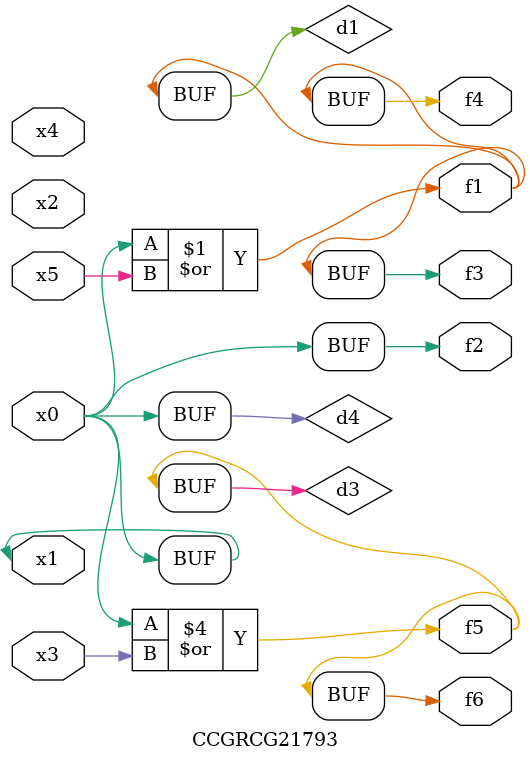
<source format=v>
module CCGRCG21793(
	input x0, x1, x2, x3, x4, x5,
	output f1, f2, f3, f4, f5, f6
);

	wire d1, d2, d3, d4;

	or (d1, x0, x5);
	xnor (d2, x1, x4);
	or (d3, x0, x3);
	buf (d4, x0, x1);
	assign f1 = d1;
	assign f2 = d4;
	assign f3 = d1;
	assign f4 = d1;
	assign f5 = d3;
	assign f6 = d3;
endmodule

</source>
